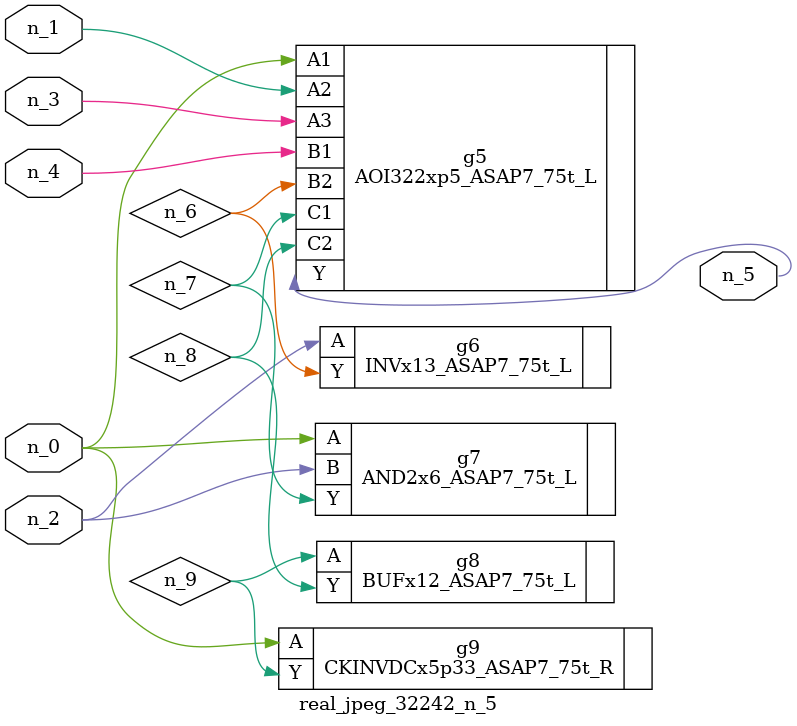
<source format=v>
module real_jpeg_32242_n_5 (n_4, n_0, n_1, n_2, n_3, n_5);

input n_4;
input n_0;
input n_1;
input n_2;
input n_3;

output n_5;

wire n_8;
wire n_6;
wire n_7;
wire n_9;

AOI322xp5_ASAP7_75t_L g5 ( 
.A1(n_0),
.A2(n_1),
.A3(n_3),
.B1(n_4),
.B2(n_6),
.C1(n_7),
.C2(n_8),
.Y(n_5)
);

AND2x6_ASAP7_75t_L g7 ( 
.A(n_0),
.B(n_2),
.Y(n_7)
);

CKINVDCx5p33_ASAP7_75t_R g9 ( 
.A(n_0),
.Y(n_9)
);

INVx13_ASAP7_75t_L g6 ( 
.A(n_2),
.Y(n_6)
);

BUFx12_ASAP7_75t_L g8 ( 
.A(n_9),
.Y(n_8)
);


endmodule
</source>
